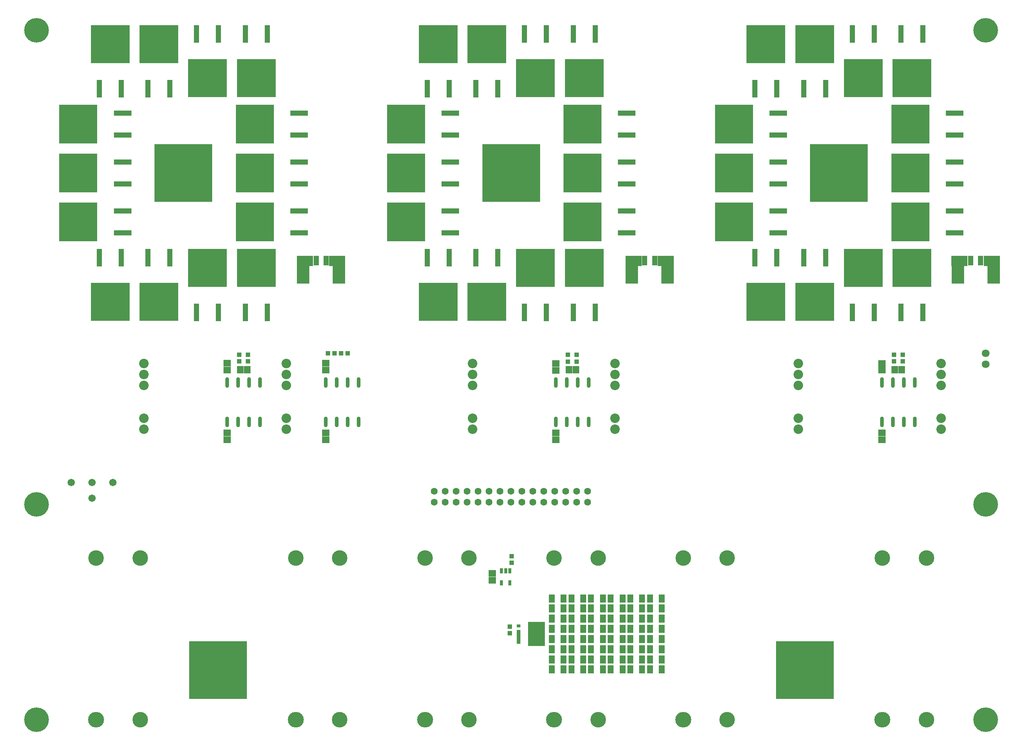
<source format=gbs>
G04*
G04 #@! TF.GenerationSoftware,Altium Limited,Altium Designer,18.1.11 (251)*
G04*
G04 Layer_Color=16711935*
%FSLAX25Y25*%
%MOIN*%
G70*
G01*
G75*
%ADD27R,0.04343X0.04147*%
%ADD29R,0.05918X0.06509*%
%ADD30R,0.06509X0.05918*%
%ADD35R,0.04147X0.04343*%
%ADD36C,0.06312*%
%ADD37C,0.14186*%
%ADD38O,0.14580X0.14186*%
%ADD39C,0.07099*%
%ADD40C,0.08674*%
%ADD41R,0.12611X0.12611*%
%ADD42C,0.22453*%
%ADD43C,0.06706*%
%ADD72O,0.03359X0.09658*%
%ADD73R,0.03162X0.04540*%
%ADD74R,0.03674X0.12769*%
%ADD75R,0.03674X0.02769*%
%ADD76R,0.15643X0.22060*%
%ADD77R,0.35249X0.35052*%
%ADD78R,0.04934X0.16351*%
%ADD79R,0.35052X0.35249*%
%ADD80R,0.16351X0.04934*%
%ADD81R,0.11430X0.16548*%
%ADD82R,0.04737X0.08674*%
%ADD83R,0.14580X0.09461*%
%ADD84R,0.05721X0.07690*%
D27*
X453149Y163090D02*
D03*
Y169192D02*
D03*
X451427Y104842D02*
D03*
Y98740D02*
D03*
X204626Y347185D02*
D03*
Y353288D02*
D03*
X212500Y347185D02*
D03*
Y353288D02*
D03*
X504626Y346972D02*
D03*
Y353075D02*
D03*
X512500Y346972D02*
D03*
Y353075D02*
D03*
X802169Y347059D02*
D03*
Y353162D02*
D03*
X810043Y347059D02*
D03*
Y353162D02*
D03*
D29*
X205413Y339527D02*
D03*
X211712D02*
D03*
X505413Y339314D02*
D03*
X511712D02*
D03*
X802956Y339401D02*
D03*
X809255D02*
D03*
D30*
X193563Y339133D02*
D03*
Y345432D02*
D03*
Y281678D02*
D03*
Y275378D02*
D03*
X283542Y345432D02*
D03*
Y339133D02*
D03*
Y275378D02*
D03*
Y281678D02*
D03*
X493563Y338921D02*
D03*
Y345220D02*
D03*
Y281678D02*
D03*
Y275378D02*
D03*
X791106Y339007D02*
D03*
Y345307D02*
D03*
Y281678D02*
D03*
Y275378D02*
D03*
X435610Y147086D02*
D03*
Y153385D02*
D03*
D35*
X297440Y354331D02*
D03*
X303542D02*
D03*
X285531D02*
D03*
X291634D02*
D03*
D36*
X522638Y218347D02*
D03*
Y228346D02*
D03*
X392638Y218347D02*
D03*
Y228346D02*
D03*
X412638Y218347D02*
D03*
Y228346D02*
D03*
X382638Y218347D02*
D03*
X402638D02*
D03*
X422638D02*
D03*
X432638D02*
D03*
X442638D02*
D03*
X452638D02*
D03*
X462638D02*
D03*
X472638D02*
D03*
X482638D02*
D03*
X492638D02*
D03*
X502638D02*
D03*
X512638D02*
D03*
X522638D02*
D03*
X382638Y228346D02*
D03*
X402638D02*
D03*
X422638D02*
D03*
X432638D02*
D03*
X442638D02*
D03*
X452638D02*
D03*
X462638D02*
D03*
X472638D02*
D03*
X482638D02*
D03*
X492638D02*
D03*
X502638D02*
D03*
X512638D02*
D03*
X522638D02*
D03*
D37*
X114173Y19685D02*
D03*
Y167323D02*
D03*
X74016D02*
D03*
X256201D02*
D03*
X296358D02*
D03*
Y19685D02*
D03*
X374048Y167323D02*
D03*
X414206D02*
D03*
Y19685D02*
D03*
X491896Y167323D02*
D03*
X532054D02*
D03*
Y19685D02*
D03*
X609744Y167323D02*
D03*
X649902D02*
D03*
Y19685D02*
D03*
X791634Y167323D02*
D03*
X831791D02*
D03*
Y19685D02*
D03*
D38*
X74016D02*
D03*
X256201D02*
D03*
X374048D02*
D03*
X491896D02*
D03*
X609744D02*
D03*
X791634D02*
D03*
D39*
X885827Y344331D02*
D03*
Y354331D02*
D03*
D40*
X845299Y285086D02*
D03*
Y295086D02*
D03*
Y325086D02*
D03*
Y335086D02*
D03*
Y345086D02*
D03*
X714948Y285086D02*
D03*
Y295086D02*
D03*
Y325086D02*
D03*
Y335086D02*
D03*
Y345086D02*
D03*
X547422Y285086D02*
D03*
Y295086D02*
D03*
Y325086D02*
D03*
Y335086D02*
D03*
Y345086D02*
D03*
X417677Y285086D02*
D03*
Y295086D02*
D03*
Y325086D02*
D03*
Y335086D02*
D03*
Y345086D02*
D03*
X247520Y285086D02*
D03*
Y295086D02*
D03*
Y325086D02*
D03*
Y335086D02*
D03*
Y345086D02*
D03*
X117461Y285086D02*
D03*
Y295086D02*
D03*
Y325086D02*
D03*
Y335086D02*
D03*
Y345086D02*
D03*
D41*
X740787Y55276D02*
D03*
X730787D02*
D03*
X720787D02*
D03*
X710787D02*
D03*
X700787D02*
D03*
X740787Y65276D02*
D03*
X730787D02*
D03*
X720787D02*
D03*
X710787D02*
D03*
X700787D02*
D03*
X740787Y75276D02*
D03*
X730787D02*
D03*
X720787D02*
D03*
X710787D02*
D03*
X700787D02*
D03*
X740787Y85276D02*
D03*
X730787D02*
D03*
X720787D02*
D03*
X710787D02*
D03*
X700787D02*
D03*
Y45276D02*
D03*
X710787D02*
D03*
X720787D02*
D03*
X730787D02*
D03*
X740787D02*
D03*
D03*
X730787D02*
D03*
X720787D02*
D03*
X710787D02*
D03*
X700787D02*
D03*
X165354D02*
D03*
X175354D02*
D03*
X185354D02*
D03*
X195354D02*
D03*
X205354D02*
D03*
D03*
X195354D02*
D03*
X185354D02*
D03*
X175354D02*
D03*
X165354D02*
D03*
Y85276D02*
D03*
X175354D02*
D03*
X185354D02*
D03*
X195354D02*
D03*
X205354D02*
D03*
X165354Y75276D02*
D03*
X175354D02*
D03*
X185354D02*
D03*
X195354D02*
D03*
X205354D02*
D03*
X165354Y65276D02*
D03*
X175354D02*
D03*
X185354D02*
D03*
X195354D02*
D03*
X205354D02*
D03*
X165354Y55276D02*
D03*
X175354D02*
D03*
X185354D02*
D03*
X195354D02*
D03*
X205354D02*
D03*
X771969Y509134D02*
D03*
X761969D02*
D03*
X751968D02*
D03*
X741968D02*
D03*
X731968D02*
D03*
X771969Y519134D02*
D03*
X761969D02*
D03*
X751968D02*
D03*
X741968D02*
D03*
X731968D02*
D03*
X771969Y529134D02*
D03*
X761969D02*
D03*
X751968D02*
D03*
X741968D02*
D03*
X731968D02*
D03*
X771969Y539134D02*
D03*
X761969D02*
D03*
X751968D02*
D03*
X741968D02*
D03*
X731968D02*
D03*
Y499134D02*
D03*
X741968D02*
D03*
X751968D02*
D03*
X761969D02*
D03*
X771969D02*
D03*
D03*
X761969D02*
D03*
X751968D02*
D03*
X741968D02*
D03*
X731968D02*
D03*
X432756D02*
D03*
X442756D02*
D03*
X452756D02*
D03*
X462756D02*
D03*
X472756D02*
D03*
D03*
X462756D02*
D03*
X452756D02*
D03*
X442756D02*
D03*
X432756D02*
D03*
Y539134D02*
D03*
X442756D02*
D03*
X452756D02*
D03*
X462756D02*
D03*
X472756D02*
D03*
X432756Y529134D02*
D03*
X442756D02*
D03*
X452756D02*
D03*
X462756D02*
D03*
X472756D02*
D03*
X432756Y519134D02*
D03*
X442756D02*
D03*
X452756D02*
D03*
X462756D02*
D03*
X472756D02*
D03*
X432756Y509134D02*
D03*
X442756D02*
D03*
X452756D02*
D03*
X462756D02*
D03*
X472756D02*
D03*
X173543D02*
D03*
X163543D02*
D03*
X153543D02*
D03*
X143543D02*
D03*
X133543D02*
D03*
X173543Y519134D02*
D03*
X163543D02*
D03*
X153543D02*
D03*
X143543D02*
D03*
X133543D02*
D03*
X173543Y529134D02*
D03*
X163543D02*
D03*
X153543D02*
D03*
X143543D02*
D03*
X133543D02*
D03*
X173543Y539134D02*
D03*
X163543D02*
D03*
X153543D02*
D03*
X143543D02*
D03*
X133543D02*
D03*
Y499134D02*
D03*
X143543D02*
D03*
X153543D02*
D03*
X163543D02*
D03*
X173543D02*
D03*
D03*
X163543D02*
D03*
X153543D02*
D03*
X143543D02*
D03*
X133543D02*
D03*
D42*
X885827Y649606D02*
D03*
Y216535D02*
D03*
Y19685D02*
D03*
X19685Y649606D02*
D03*
Y216535D02*
D03*
Y19685D02*
D03*
D43*
X70177Y222244D02*
D03*
X51279Y236417D02*
D03*
X70177D02*
D03*
X89075D02*
D03*
D72*
X293543Y291791D02*
D03*
X303542D02*
D03*
X223563D02*
D03*
X213563D02*
D03*
X203563D02*
D03*
X193563D02*
D03*
X223563Y327814D02*
D03*
X213563D02*
D03*
X203563D02*
D03*
X193563D02*
D03*
X283542D02*
D03*
X293543D02*
D03*
X303542D02*
D03*
X313543D02*
D03*
X283542Y291791D02*
D03*
X313543D02*
D03*
X523563D02*
D03*
X513563D02*
D03*
X503563D02*
D03*
X493563D02*
D03*
X523563Y327814D02*
D03*
X513563D02*
D03*
X503563D02*
D03*
X493563D02*
D03*
X821106Y291791D02*
D03*
X811106D02*
D03*
X801106D02*
D03*
X791106D02*
D03*
X821106Y327814D02*
D03*
X811106D02*
D03*
X801106D02*
D03*
X791106D02*
D03*
D73*
X443996Y144822D02*
D03*
X451476D02*
D03*
Y155649D02*
D03*
X447736D02*
D03*
X443996D02*
D03*
D74*
X459646Y95531D02*
D03*
D75*
Y105532D02*
D03*
D76*
X475984Y98032D02*
D03*
D77*
X685315Y636654D02*
D03*
X729737D02*
D03*
X774160Y605945D02*
D03*
X818582D02*
D03*
X685315Y401615D02*
D03*
X729737D02*
D03*
X774160Y432324D02*
D03*
X818582D02*
D03*
X386102Y636654D02*
D03*
X430524D02*
D03*
X474947Y605945D02*
D03*
X519369D02*
D03*
Y432324D02*
D03*
X474947D02*
D03*
X430524Y401615D02*
D03*
X386102D02*
D03*
X220117Y432324D02*
D03*
X175695D02*
D03*
X131273Y401615D02*
D03*
X86850D02*
D03*
X220117Y605945D02*
D03*
X175695D02*
D03*
X131273Y636654D02*
D03*
X86850D02*
D03*
D78*
X675315Y596300D02*
D03*
X695315D02*
D03*
X719737D02*
D03*
X739737D02*
D03*
X784160Y646300D02*
D03*
X764160D02*
D03*
X828582D02*
D03*
X808582D02*
D03*
X695315Y441969D02*
D03*
X675315D02*
D03*
X739737D02*
D03*
X719737D02*
D03*
X784160Y391969D02*
D03*
X764160D02*
D03*
X808582D02*
D03*
X828582D02*
D03*
X376102Y596300D02*
D03*
X396102D02*
D03*
X420524D02*
D03*
X440524D02*
D03*
X484947Y646300D02*
D03*
X464947D02*
D03*
X529369D02*
D03*
X509369D02*
D03*
Y391969D02*
D03*
X529369D02*
D03*
X464947D02*
D03*
X484947D02*
D03*
X440524Y441969D02*
D03*
X420524D02*
D03*
X396102D02*
D03*
X376102D02*
D03*
X210118Y391969D02*
D03*
X230118D02*
D03*
X165695D02*
D03*
X185695D02*
D03*
X141273Y441969D02*
D03*
X121273D02*
D03*
X96850D02*
D03*
X76850D02*
D03*
X230118Y646300D02*
D03*
X210118D02*
D03*
X185695D02*
D03*
X165695D02*
D03*
X121273Y596300D02*
D03*
X141273D02*
D03*
X76850D02*
D03*
X96850D02*
D03*
D79*
X817126Y563780D02*
D03*
X656102D02*
D03*
Y519134D02*
D03*
Y474488D02*
D03*
X817126Y519134D02*
D03*
Y474488D02*
D03*
X356890Y563780D02*
D03*
Y519134D02*
D03*
Y474488D02*
D03*
X517913Y563780D02*
D03*
Y519134D02*
D03*
Y474488D02*
D03*
X218701Y563780D02*
D03*
Y519134D02*
D03*
Y474488D02*
D03*
X57677D02*
D03*
Y519134D02*
D03*
Y563780D02*
D03*
D80*
X857480Y553780D02*
D03*
Y573780D02*
D03*
X696457Y553780D02*
D03*
Y573780D02*
D03*
Y509134D02*
D03*
Y529134D02*
D03*
Y464488D02*
D03*
Y484488D02*
D03*
X857480Y509134D02*
D03*
Y529134D02*
D03*
Y464488D02*
D03*
Y484488D02*
D03*
X397244Y553780D02*
D03*
Y573780D02*
D03*
Y509134D02*
D03*
Y529134D02*
D03*
Y464488D02*
D03*
Y484488D02*
D03*
X558268Y553780D02*
D03*
Y573780D02*
D03*
Y509134D02*
D03*
Y529134D02*
D03*
Y464488D02*
D03*
Y484488D02*
D03*
X259055Y553780D02*
D03*
Y573780D02*
D03*
Y509134D02*
D03*
Y529134D02*
D03*
Y464488D02*
D03*
Y484488D02*
D03*
X98032Y464488D02*
D03*
Y484488D02*
D03*
Y509134D02*
D03*
Y529134D02*
D03*
Y553780D02*
D03*
Y573780D02*
D03*
D81*
X893117Y426476D02*
D03*
X860440D02*
D03*
X562871D02*
D03*
X595548D02*
D03*
X295571D02*
D03*
X262894D02*
D03*
D82*
X881306Y439075D02*
D03*
X872251D02*
D03*
X574682D02*
D03*
X583738D02*
D03*
X283760D02*
D03*
X274705D02*
D03*
D83*
X891542Y438681D02*
D03*
X862015D02*
D03*
X564446D02*
D03*
X593974D02*
D03*
X293996D02*
D03*
X264469D02*
D03*
D84*
X554370Y121329D02*
D03*
X543543D02*
D03*
X518544D02*
D03*
X507717D02*
D03*
X518544Y112049D02*
D03*
X507717D02*
D03*
X554370D02*
D03*
X543543D02*
D03*
X518544Y102769D02*
D03*
X507717D02*
D03*
X554370D02*
D03*
X543543D02*
D03*
X518544Y93489D02*
D03*
X507717D02*
D03*
X554370D02*
D03*
X543543D02*
D03*
X554370Y84209D02*
D03*
X543543D02*
D03*
X518544D02*
D03*
X507717D02*
D03*
X554370Y74929D02*
D03*
X543543D02*
D03*
X518544D02*
D03*
X507717D02*
D03*
X518544Y65649D02*
D03*
X507717D02*
D03*
X554370D02*
D03*
X543543D02*
D03*
X590197Y121329D02*
D03*
X579370D02*
D03*
X572284D02*
D03*
X561457D02*
D03*
X536457D02*
D03*
X525630D02*
D03*
X500630D02*
D03*
X489804D02*
D03*
X590197Y112049D02*
D03*
X579370D02*
D03*
X572284D02*
D03*
X561457D02*
D03*
X536457D02*
D03*
X525630D02*
D03*
X500630D02*
D03*
X489804D02*
D03*
X590197Y102769D02*
D03*
X579370D02*
D03*
X572284D02*
D03*
X561457D02*
D03*
X536457D02*
D03*
X525630D02*
D03*
X500630D02*
D03*
X489804D02*
D03*
X590197Y93489D02*
D03*
X579370D02*
D03*
X572284D02*
D03*
X561457D02*
D03*
X536457D02*
D03*
X525630D02*
D03*
X500630D02*
D03*
X489804D02*
D03*
X590197Y84209D02*
D03*
X579370D02*
D03*
X572284D02*
D03*
X561457D02*
D03*
X536457D02*
D03*
X525630D02*
D03*
X500630D02*
D03*
X489804D02*
D03*
X590197Y74929D02*
D03*
X579370D02*
D03*
X572284D02*
D03*
X561457D02*
D03*
X536457D02*
D03*
X525630D02*
D03*
X500630D02*
D03*
X489804D02*
D03*
X590197Y65649D02*
D03*
X579370D02*
D03*
X572284D02*
D03*
X561457D02*
D03*
X536457D02*
D03*
X525630D02*
D03*
X500630D02*
D03*
X489804D02*
D03*
X590197Y130610D02*
D03*
X579370D02*
D03*
X572284D02*
D03*
X561457D02*
D03*
X554370D02*
D03*
X543543D02*
D03*
X536457D02*
D03*
X525630D02*
D03*
X518544D02*
D03*
X507717D02*
D03*
X500630D02*
D03*
X489804D02*
D03*
M02*

</source>
